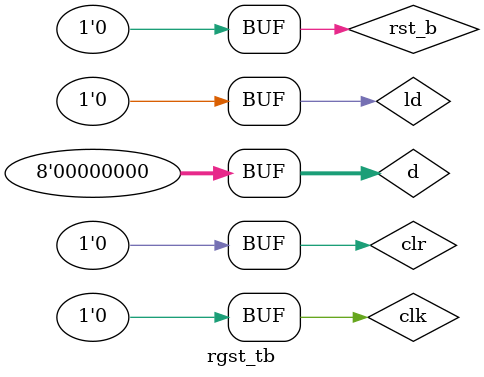
<source format=v>
module rgst #(
	parameter w=8 // abstractizare de cod
)(
	input clk, rst_b, ld, clr,ls,rs, left, right,
	input [w-1:0] d,
	output reg [w-1:0] q,
	output msb, lsb
);
assign msb=q[w-1]&ls;
assign lsb=q[0]&rs;
	always @ (posedge clk, negedge rst_b)
		if (!rst_b)			
		   q <= 0;
		else if (clr)			
		   q <= 0;
		else if (ld)			
		   q <= d;
		else if(ls)
		   q <= {q[w-2:0], right};
		else if(rs)
		   q <= {left, q[w-1:1]};
		   
endmodule

module rgst_tb;
    parameter w = 8;
    

    reg clk, rst_b, ld, clr,ls,rs,left,right;
    reg [w-1:0] d;
    wire [w-1:0] q;
    wire msb, lsb;

    rgst #(w) dut ( .clk(clk), .rst_b(rst_b), .ld(ld), .clr(clr), .d(d), .q(q) );
    localparam CLK_PERIOD = 100, RUNNING_CYCLES = 100, RST_DURATION = 25;

 initial begin
        clk = 0;
        rst_b = 1;
        ld = 0;
        clr = 0;
        d = 0;

        #RST_DURATION
        rst_b = 0; 
        #RST_DURATION
        repeat (RUNNING_CYCLES) begin
            #CLK_PERIOD clk = ~clk;
        end
    end
endmodule
</source>
